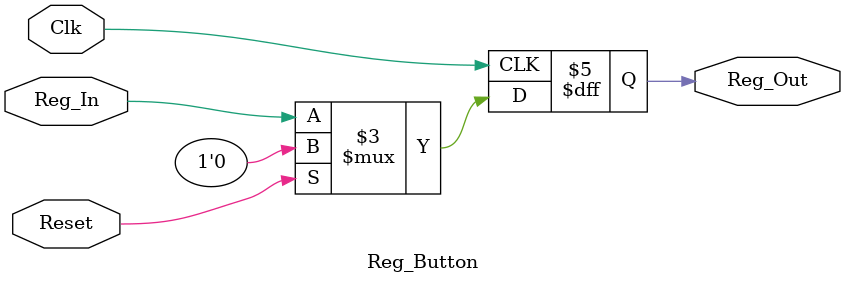
<source format=sv>


module Reg_Dpad(input logic Clk, Reset,
					 input logic [1:0] Reg_In,
					 output logic [1:0] Reg_Out);
		always_ff @ (posedge Clk)
			begin
				if (Reset)
					Reg_Out <= 0;
				else
					Reg_Out <= Reg_In;
			end
endmodule

module Reg_Button(input logic Clk, Reset,
					   input logic Reg_In,
					   output logic Reg_Out);
		always_ff @ (posedge Clk)
			begin
				if (Reset)
					Reg_Out <= 0;
				else
					Reg_Out <= Reg_In;
			end
endmodule

</source>
